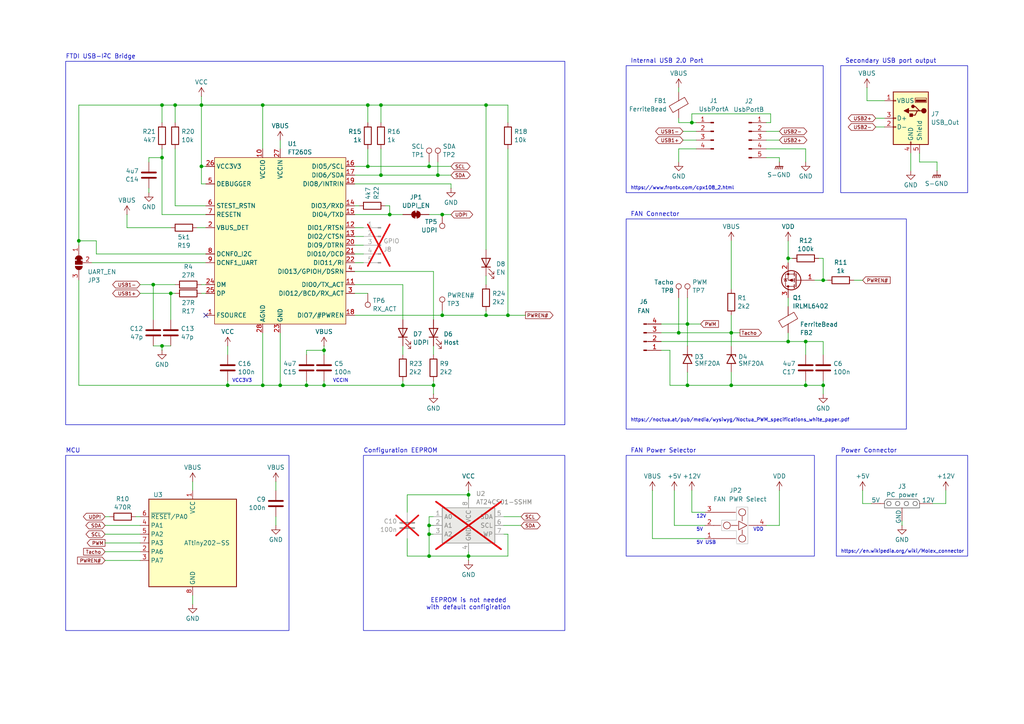
<source format=kicad_sch>
(kicad_sch (version 20250114) (generator "eeschema") (generator_version "9.0")
  (paper "A4")
  (title_block (title "PWM Fan Controller with Internal USB connection") (company "Stefan Haun"))
  (rectangle (start 243.84 19.05) (end 280.67 55.88))
  (rectangle (start 242.57 132.08) (end 280.67 161.29))
  (rectangle (start 19.05 132.08) (end 83.82 182.88))
  (rectangle (start 181.61 63.5) (end 262.89 124.46))
  (rectangle (start 181.61 132.08) (end 236.22 161.29))
  (rectangle (start 105.41 132.08) (end 163.83 182.88))
  (rectangle (start 19.05 17.78) (end 163.83 123.19))
  (rectangle (start 181.61 19.05) (end 238.76 55.88))
  (text "Secondary USB port output" (at 245.11 17.78 0) (effects (font (size 1.27 1.27)) (justify left)))
  (text "https://en.wikipedia.org/wiki/Molex_connector" (at 243.84 160.02 0) (effects (font (size 1 1)) (justify left)))
  (text "Power Connector" (at 243.84 130.81 0) (effects (font (size 1.27 1.27)) (justify left)))
  (text "5V" (at 201.93 153.67 0) (effects (font (size 1 1)) (justify left)))
  (text "EEPROM is not needed\nwith default configiration" (at 135.89 175.26 0) (effects (font (size 1.27 1.27))))
  (text "VDD" (at 218.44 153.67 0) (effects (font (size 1 1)) (justify left)))
  (text "VCCIN" (at 96.52 110.49 0) (effects (font (size 1 1)) (justify left)))
  (text "Internal USB 2.0 Port" (at 182.88 17.78 0) (effects (font (size 1.27 1.27)) (justify left)))
  (text "5V USB" (at 201.93 157.48 0) (effects (font (size 1 1)) (justify left)))
  (text "FAN Connector" (at 182.88 62.23 0) (effects (font (size 1.27 1.27)) (justify left)))
  (text "12V" (at 201.93 149.86 0) (effects (font (size 1 1)) (justify left)))
  (text "https://www.frontx.com/cpx108_2.html" (at 182.88 54.61 0) (effects (font (size 1 1)) (justify left)))
  (text "MCU" (at 19.05 130.81 0) (effects (font (size 1.27 1.27)) (justify left)))
  (text "FAN Power Selector" (at 182.88 130.81 0) (effects (font (size 1.27 1.27)) (justify left)))
  (text "Configuration EEPROM" (at 105.41 130.81 0) (effects (font (size 1.27 1.27)) (justify left)))
  (text "https://noctua.at/pub/media/wysiwyg/Noctua_PWM_specifications_white_paper.pdf" (at 182.88 121.92 0) (effects (font (size 1 1)) (justify left)))
  (text "FTDI USB-I^{2}C Bridge" (at 29.21 16.51 0) (effects (font (size 1.27 1.27))))
  (text "VCC3V3" (at 67.31 110.49 0) (effects (font (size 1 1)) (justify left)))
  (junction (at 238.76 111.76))
  (junction (at 124.46 154.94))
  (junction (at 238.76 81.28))
  (junction (at 76.2 30.48))
  (junction (at 110.49 50.8))
  (junction (at 128.27 91.44))
  (junction (at 135.89 161.29))
  (junction (at 81.28 111.76))
  (junction (at 199.39 111.76))
  (junction (at 140.97 91.44))
  (junction (at 228.6 74.93))
  (junction (at 44.45 82.55))
  (junction (at 113.03 62.23))
  (junction (at 88.9 111.76))
  (junction (at 124.46 152.4))
  (junction (at 66.04 111.76))
  (junction (at 93.98 101.6))
  (junction (at 116.84 111.76))
  (junction (at 199.39 93.98))
  (junction (at 233.68 99.06))
  (junction (at 106.68 48.26))
  (junction (at 22.86 69.85))
  (junction (at 93.98 111.76))
  (junction (at 124.46 161.29))
  (junction (at 58.42 30.48))
  (junction (at 233.68 111.76))
  (junction (at 58.42 48.26))
  (junction (at 46.99 45.72))
  (junction (at 135.89 143.51))
  (junction (at 49.53 85.09))
  (junction (at 125.73 111.76))
  (junction (at 228.6 99.06))
  (junction (at 212.09 96.52))
  (junction (at 128.27 62.23))
  (junction (at 50.8 30.48))
  (junction (at 46.99 100.33))
  (junction (at 76.2 111.76))
  (junction (at 110.49 30.48))
  (junction (at 127 50.8))
  (junction (at 124.46 48.26))
  (junction (at 140.97 30.48))
  (junction (at 212.09 111.76))
  (junction (at 196.85 96.52))
  (junction (at 46.99 30.48))
  (junction (at 106.68 30.48))
  (junction (at 147.32 91.44))
  (junction (at 200.66 35.56))
  (no_connect (at 59.69 91.44))
  (wire (pts (xy 46.99 35.56) (xy 46.99 30.48)))
  (wire (pts (xy 58.42 85.09) (xy 59.69 85.09)))
  (wire (pts (xy 135.89 142.24) (xy 135.89 143.51)))
  (wire (pts (xy 196.85 35.56) (xy 200.66 35.56)))
  (wire (pts (xy 196.85 46.99) (xy 196.85 43.18)))
  (wire (pts (xy 191.77 93.98) (xy 199.39 93.98)))
  (wire (pts (xy 130.81 53.34) (xy 130.81 54.61)))
  (wire (pts (xy 238.76 110.49) (xy 238.76 111.76)))
  (wire (pts (xy 80.01 149.86) (xy 80.01 152.4)))
  (wire (pts (xy 43.18 54.61) (xy 43.18 55.88)))
  (wire (pts (xy 58.42 82.55) (xy 59.69 82.55)))
  (wire (pts (xy 254 34.29) (xy 256.54 34.29)))
  (wire (pts (xy 128.27 91.44) (xy 140.97 91.44)))
  (wire (pts (xy 199.39 86.36) (xy 199.39 93.98)))
  (wire (pts (xy 116.84 111.76) (xy 125.73 111.76)))
  (wire (pts (xy 55.88 172.72) (xy 55.88 175.26)))
  (wire (pts (xy 44.45 82.55) (xy 50.8 82.55)))
  (wire (pts (xy 140.97 90.17) (xy 140.97 91.44)))
  (wire (pts (xy 200.66 148.59) (xy 204.47 148.59)))
  (wire (pts (xy 118.11 161.29) (xy 124.46 161.29)))
  (wire (pts (xy 113.03 62.23) (xy 116.84 62.23)))
  (wire (pts (xy 40.64 152.4) (xy 30.48 152.4)))
  (wire (pts (xy 118.11 143.51) (xy 135.89 143.51)))
  (wire (pts (xy 110.49 50.8) (xy 127 50.8)))
  (wire (pts (xy 238.76 99.06) (xy 238.76 102.87)))
  (wire (pts (xy 36.83 66.04) (xy 36.83 62.23)))
  (wire (pts (xy 200.66 142.24) (xy 200.66 148.59)))
  (wire (pts (xy 238.76 74.93) (xy 238.76 81.28)))
  (wire (pts (xy 199.39 93.98) (xy 199.39 100.33)))
  (wire (pts (xy 147.32 30.48) (xy 147.32 35.56)))
  (wire (pts (xy 102.87 73.66) (xy 105.41 73.66)))
  (wire (pts (xy 102.87 50.8) (xy 110.49 50.8)))
  (wire (pts (xy 140.97 30.48) (xy 140.97 72.39)))
  (wire (pts (xy 127 46.99) (xy 127 50.8)))
  (wire (pts (xy 27.94 73.66) (xy 59.69 73.66)))
  (wire (pts (xy 233.68 111.76) (xy 238.76 111.76)))
  (wire (pts (xy 88.9 101.6) (xy 93.98 101.6)))
  (wire (pts (xy 102.87 48.26) (xy 106.68 48.26)))
  (wire (pts (xy 57.15 66.04) (xy 59.69 66.04)))
  (wire (pts (xy 124.46 152.4) (xy 125.73 152.4)))
  (wire (pts (xy 250.19 142.24) (xy 250.19 146.05)))
  (wire (pts (xy 147.32 161.29) (xy 135.89 161.29)))
  (wire (pts (xy 146.05 152.4) (xy 151.13 152.4)))
  (wire (pts (xy 125.73 110.49) (xy 125.73 111.76)))
  (wire (pts (xy 111.76 59.69) (xy 113.03 59.69)))
  (wire (pts (xy 22.86 30.48) (xy 46.99 30.48)))
  (wire (pts (xy 40.64 82.55) (xy 44.45 82.55)))
  (wire (pts (xy 212.09 111.76) (xy 233.68 111.76)))
  (wire (pts (xy 226.06 152.4) (xy 226.06 142.24)))
  (wire (pts (xy 222.25 40.64) (xy 226.06 40.64)))
  (wire (pts (xy 76.2 111.76) (xy 81.28 111.76)))
  (wire (pts (xy 59.69 62.23) (xy 46.99 62.23)))
  (wire (pts (xy 199.39 93.98) (xy 203.2 93.98)))
  (wire (pts (xy 191.77 99.06) (xy 228.6 99.06)))
  (wire (pts (xy 146.05 154.94) (xy 147.32 154.94)))
  (wire (pts (xy 46.99 100.33) (xy 49.53 100.33)))
  (wire (pts (xy 124.46 149.86) (xy 124.46 152.4)))
  (wire (pts (xy 81.28 40.64) (xy 81.28 43.18)))
  (wire (pts (xy 222.25 152.4) (xy 226.06 152.4)))
  (wire (pts (xy 194.31 101.6) (xy 191.77 101.6)))
  (wire (pts (xy 194.31 111.76) (xy 194.31 101.6)))
  (wire (pts (xy 264.16 44.45) (xy 264.16 49.53)))
  (wire (pts (xy 106.68 30.48) (xy 110.49 30.48)))
  (wire (pts (xy 50.8 30.48) (xy 58.42 30.48)))
  (wire (pts (xy 196.85 96.52) (xy 212.09 96.52)))
  (wire (pts (xy 228.6 74.93) (xy 228.6 76.2)))
  (wire (pts (xy 40.64 160.02) (xy 30.48 160.02)))
  (wire (pts (xy 22.86 30.48) (xy 22.86 69.85)))
  (wire (pts (xy 233.68 111.76) (xy 233.68 110.49)))
  (wire (pts (xy 125.73 100.33) (xy 125.73 102.87)))
  (wire (pts (xy 22.86 81.28) (xy 22.86 111.76)))
  (wire (pts (xy 110.49 30.48) (xy 140.97 30.48)))
  (wire (pts (xy 200.66 35.56) (xy 201.93 35.56)))
  (wire (pts (xy 49.53 85.09) (xy 50.8 85.09)))
  (wire (pts (xy 135.89 143.51) (xy 135.89 144.78)))
  (wire (pts (xy 66.04 111.76) (xy 76.2 111.76)))
  (wire (pts (xy 135.89 160.02) (xy 135.89 161.29)))
  (wire (pts (xy 196.85 43.18) (xy 201.93 43.18)))
  (wire (pts (xy 116.84 110.49) (xy 116.84 111.76)))
  (wire (pts (xy 50.8 35.56) (xy 50.8 30.48)))
  (wire (pts (xy 88.9 111.76) (xy 93.98 111.76)))
  (wire (pts (xy 46.99 30.48) (xy 50.8 30.48)))
  (wire (pts (xy 88.9 101.6) (xy 88.9 102.87)))
  (wire (pts (xy 106.68 30.48) (xy 106.68 35.56)))
  (wire (pts (xy 254 36.83) (xy 256.54 36.83)))
  (wire (pts (xy 110.49 43.18) (xy 110.49 50.8)))
  (wire (pts (xy 125.73 78.74) (xy 125.73 92.71)))
  (wire (pts (xy 36.83 66.04) (xy 49.53 66.04)))
  (wire (pts (xy 26.67 76.2) (xy 59.69 76.2)))
  (wire (pts (xy 59.69 53.34) (xy 58.42 53.34)))
  (wire (pts (xy 140.97 30.48) (xy 147.32 30.48)))
  (wire (pts (xy 128.27 90.17) (xy 128.27 91.44)))
  (wire (pts (xy 146.05 149.86) (xy 151.13 149.86)))
  (wire (pts (xy 44.45 82.55) (xy 44.45 92.71)))
  (wire (pts (xy 102.87 78.74) (xy 125.73 78.74)))
  (wire (pts (xy 66.04 110.49) (xy 66.04 111.76)))
  (wire (pts (xy 228.6 86.36) (xy 228.6 88.9)))
  (wire (pts (xy 147.32 154.94) (xy 147.32 161.29)))
  (wire (pts (xy 116.84 100.33) (xy 116.84 102.87)))
  (wire (pts (xy 102.87 71.12) (xy 105.41 71.12)))
  (wire (pts (xy 124.46 161.29) (xy 135.89 161.29)))
  (wire (pts (xy 46.99 45.72) (xy 46.99 62.23)))
  (wire (pts (xy 147.32 91.44) (xy 152.4 91.44)))
  (wire (pts (xy 250.19 81.28) (xy 247.65 81.28)))
  (wire (pts (xy 110.49 30.48) (xy 110.49 35.56)))
  (wire (pts (xy 189.23 142.24) (xy 189.23 156.21)))
  (wire (pts (xy 226.06 45.72) (xy 222.25 45.72)))
  (wire (pts (xy 31.75 149.86) (xy 30.48 149.86)))
  (wire (pts (xy 93.98 100.33) (xy 93.98 101.6)))
  (wire (pts (xy 125.73 149.86) (xy 124.46 149.86)))
  (wire (pts (xy 261.62 151.13) (xy 261.62 152.4)))
  (wire (pts (xy 237.49 74.93) (xy 238.76 74.93)))
  (wire (pts (xy 124.46 154.94) (xy 124.46 161.29)))
  (wire (pts (xy 40.64 149.86) (xy 39.37 149.86)))
  (wire (pts (xy 128.27 62.23) (xy 130.81 62.23)))
  (wire (pts (xy 124.46 152.4) (xy 124.46 154.94)))
  (wire (pts (xy 102.87 68.58) (xy 105.41 68.58)))
  (wire (pts (xy 238.76 81.28) (xy 240.03 81.28)))
  (wire (pts (xy 55.88 139.7) (xy 55.88 142.24)))
  (wire (pts (xy 40.64 162.56) (xy 30.48 162.56)))
  (wire (pts (xy 222.25 38.1) (xy 226.06 38.1)))
  (wire (pts (xy 125.73 114.3) (xy 125.73 111.76)))
  (wire (pts (xy 271.78 46.99) (xy 271.78 49.53)))
  (wire (pts (xy 44.45 100.33) (xy 46.99 100.33)))
  (wire (pts (xy 93.98 101.6) (xy 93.98 102.87)))
  (wire (pts (xy 27.94 69.85) (xy 27.94 73.66)))
  (wire (pts (xy 266.7 46.99) (xy 271.78 46.99)))
  (wire (pts (xy 59.69 59.69) (xy 50.8 59.69)))
  (wire (pts (xy 49.53 85.09) (xy 49.53 92.71)))
  (wire (pts (xy 76.2 30.48) (xy 106.68 30.48)))
  (wire (pts (xy 238.76 114.3) (xy 238.76 111.76)))
  (wire (pts (xy 274.32 146.05) (xy 270.51 146.05)))
  (wire (pts (xy 124.46 62.23) (xy 128.27 62.23)))
  (wire (pts (xy 50.8 59.69) (xy 50.8 43.18)))
  (wire (pts (xy 140.97 80.01) (xy 140.97 82.55)))
  (wire (pts (xy 58.42 53.34) (xy 58.42 48.26)))
  (wire (pts (xy 22.86 69.85) (xy 27.94 69.85)))
  (wire (pts (xy 233.68 102.87) (xy 233.68 99.06)))
  (wire (pts (xy 58.42 30.48) (xy 58.42 48.26)))
  (wire (pts (xy 233.68 43.18) (xy 222.25 43.18)))
  (wire (pts (xy 274.32 142.24) (xy 274.32 146.05)))
  (wire (pts (xy 212.09 107.95) (xy 212.09 111.76)))
  (wire (pts (xy 228.6 74.93) (xy 229.87 74.93)))
  (wire (pts (xy 238.76 81.28) (xy 236.22 81.28)))
  (wire (pts (xy 102.87 82.55) (xy 116.84 82.55)))
  (wire (pts (xy 81.28 96.52) (xy 81.28 111.76)))
  (wire (pts (xy 212.09 69.85) (xy 212.09 83.82)))
  (wire (pts (xy 251.46 25.4) (xy 251.46 29.21)))
  (wire (pts (xy 194.31 111.76) (xy 199.39 111.76)))
  (wire (pts (xy 147.32 43.18) (xy 147.32 91.44)))
  (wire (pts (xy 200.66 33.02) (xy 223.52 33.02)))
  (wire (pts (xy 59.69 48.26) (xy 58.42 48.26)))
  (wire (pts (xy 199.39 107.95) (xy 199.39 111.76)))
  (wire (pts (xy 80.01 139.7) (xy 80.01 142.24)))
  (wire (pts (xy 106.68 43.18) (xy 106.68 48.26)))
  (wire (pts (xy 212.09 96.52) (xy 214.63 96.52)))
  (wire (pts (xy 102.87 59.69) (xy 104.14 59.69)))
  (wire (pts (xy 223.52 35.56) (xy 222.25 35.56)))
  (wire (pts (xy 46.99 43.18) (xy 46.99 45.72)))
  (wire (pts (xy 191.77 96.52) (xy 196.85 96.52)))
  (wire (pts (xy 76.2 30.48) (xy 76.2 43.18)))
  (wire (pts (xy 113.03 59.69) (xy 113.03 62.23)))
  (wire (pts (xy 40.64 157.48) (xy 30.48 157.48)))
  (wire (pts (xy 118.11 156.21) (xy 118.11 161.29)))
  (wire (pts (xy 201.93 38.1) (xy 198.12 38.1)))
  (wire (pts (xy 102.87 76.2) (xy 105.41 76.2)))
  (wire (pts (xy 43.18 45.72) (xy 46.99 45.72)))
  (wire (pts (xy 266.7 44.45) (xy 266.7 46.99)))
  (wire (pts (xy 223.52 33.02) (xy 223.52 35.56)))
  (wire (pts (xy 199.39 111.76) (xy 212.09 111.76)))
  (wire (pts (xy 116.84 82.55) (xy 116.84 92.71)))
  (wire (pts (xy 22.86 69.85) (xy 22.86 71.12)))
  (wire (pts (xy 40.64 85.09) (xy 49.53 85.09)))
  (wire (pts (xy 58.42 27.94) (xy 58.42 30.48)))
  (wire (pts (xy 250.19 146.05) (xy 252.73 146.05)))
  (wire (pts (xy 196.85 86.36) (xy 196.85 96.52)))
  (wire (pts (xy 212.09 100.33) (xy 212.09 96.52)))
  (wire (pts (xy 201.93 40.64) (xy 198.12 40.64)))
  (wire (pts (xy 88.9 111.76) (xy 81.28 111.76)))
  (wire (pts (xy 102.87 53.34) (xy 130.81 53.34)))
  (wire (pts (xy 251.46 29.21) (xy 256.54 29.21)))
  (wire (pts (xy 196.85 34.29) (xy 196.85 35.56)))
  (wire (pts (xy 102.87 91.44) (xy 128.27 91.44)))
  (wire (pts (xy 124.46 46.99) (xy 124.46 48.26)))
  (wire (pts (xy 200.66 35.56) (xy 200.66 33.02)))
  (wire (pts (xy 195.58 152.4) (xy 204.47 152.4)))
  (wire (pts (xy 102.87 62.23) (xy 113.03 62.23)))
  (wire (pts (xy 195.58 142.24) (xy 195.58 152.4)))
  (wire (pts (xy 124.46 154.94) (xy 125.73 154.94)))
  (wire (pts (xy 228.6 99.06) (xy 233.68 99.06)))
  (wire (pts (xy 189.23 156.21) (xy 204.47 156.21)))
  (wire (pts (xy 140.97 91.44) (xy 147.32 91.44)))
  (wire (pts (xy 118.11 148.59) (xy 118.11 143.51)))
  (wire (pts (xy 102.87 85.09) (xy 106.68 85.09)))
  (wire (pts (xy 124.46 48.26) (xy 130.81 48.26)))
  (wire (pts (xy 226.06 46.99) (xy 226.06 45.72)))
  (wire (pts (xy 43.18 45.72) (xy 43.18 46.99)))
  (wire (pts (xy 196.85 25.4) (xy 196.85 26.67)))
  (wire (pts (xy 46.99 100.33) (xy 46.99 101.6)))
  (wire (pts (xy 106.68 48.26) (xy 124.46 48.26)))
  (wire (pts (xy 102.87 66.04) (xy 105.41 66.04)))
  (wire (pts (xy 22.86 111.76) (xy 66.04 111.76)))
  (wire (pts (xy 58.42 30.48) (xy 76.2 30.48)))
  (wire (pts (xy 135.89 161.29) (xy 135.89 162.56)))
  (wire (pts (xy 76.2 96.52) (xy 76.2 111.76)))
  (wire (pts (xy 127 50.8) (xy 130.81 50.8)))
  (wire (pts (xy 233.68 99.06) (xy 238.76 99.06)))
  (wire (pts (xy 233.68 46.99) (xy 233.68 43.18)))
  (wire (pts (xy 212.09 91.44) (xy 212.09 96.52)))
  (wire (pts (xy 228.6 69.85) (xy 228.6 74.93)))
  (wire (pts (xy 66.04 100.33) (xy 66.04 102.87)))
  (wire (pts (xy 40.64 154.94) (xy 30.48 154.94)))
  (wire (pts (xy 93.98 111.76) (xy 116.84 111.76)))
  (wire (pts (xy 228.6 96.52) (xy 228.6 99.06)))
  (wire (pts (xy 88.9 110.49) (xy 88.9 111.76)))
  (wire (pts (xy 93.98 110.49) (xy 93.98 111.76)))
  (global_label "SDA" (shape bidirectional) (at 30.48 152.4 180) (effects (font (size 1 1))) (property "Intersheetrefs" "${INTERSHEET_REFS}" (effects (hide yes))))
  (global_label "USB2-" (shape bidirectional) (at 254 36.83 180) (effects (font (size 1 1))) (property "Intersheetrefs" "${INTERSHEET_REFS}" (effects (hide yes))))
  (global_label "USB1+" (shape bidirectional) (at 40.64 85.09 180) (effects (font (size 1 1))) (property "Intersheetrefs" "${INTERSHEET_REFS}" (effects (hide yes))))
  (global_label "UDPI" (shape bidirectional) (at 130.81 62.23 0) (effects (font (size 1 1))) (property "Intersheetrefs" "${INTERSHEET_REFS}" (effects (hide yes))))
  (global_label "USB2-" (shape bidirectional) (at 226.06 38.1 0) (effects (font (size 1 1))) (property "Intersheetrefs" "${INTERSHEET_REFS}" (effects (hide yes))))
  (global_label "PWM" (shape output) (at 30.48 157.48 180) (effects (font (size 1 1))) (property "Intersheetrefs" "${INTERSHEET_REFS}" (effects (hide yes))))
  (global_label "USB2+" (shape bidirectional) (at 226.06 40.64 0) (effects (font (size 1 1))) (property "Intersheetrefs" "${INTERSHEET_REFS}" (effects (hide yes))))
  (global_label "Tacho" (shape output) (at 214.63 96.52 0) (effects (font (size 1 1))) (property "Intersheetrefs" "${INTERSHEET_REFS}" (effects (hide yes))))
  (global_label "USB1+" (shape bidirectional) (at 198.12 40.64 180) (effects (font (size 1 1))) (property "Intersheetrefs" "${INTERSHEET_REFS}" (effects (hide yes))))
  (global_label "UDPI" (shape bidirectional) (at 30.48 149.86 180) (effects (font (size 1 1))) (property "Intersheetrefs" "${INTERSHEET_REFS}" (effects (hide yes))))
  (global_label "PWM" (shape input) (at 203.2 93.98 0) (effects (font (size 1 1))) (property "Intersheetrefs" "${INTERSHEET_REFS}" (effects (hide yes))))
  (global_label "SDA" (shape bidirectional) (at 151.13 152.4 0) (effects (font (size 1 1))) (property "Intersheetrefs" "${INTERSHEET_REFS}" (effects (hide yes))))
  (global_label "USB1-" (shape bidirectional) (at 40.64 82.55 180) (effects (font (size 1 1))) (property "Intersheetrefs" "${INTERSHEET_REFS}" (effects (hide yes))))
  (global_label "USB2+" (shape bidirectional) (at 254 34.29 180) (effects (font (size 1 1))) (property "Intersheetrefs" "${INTERSHEET_REFS}" (effects (hide yes))))
  (global_label "SCL" (shape bidirectional) (at 151.13 149.86 0) (effects (font (size 1 1))) (property "Intersheetrefs" "${INTERSHEET_REFS}" (effects (hide yes))))
  (global_label "PWREN#" (shape input) (at 250.19 81.28 0) (effects (font (size 1 1))) (property "Intersheetrefs" "${INTERSHEET_REFS}" (effects (hide yes))))
  (global_label "SDA" (shape bidirectional) (at 130.81 50.8 0) (effects (font (size 1 1))) (property "Intersheetrefs" "${INTERSHEET_REFS}" (effects (hide yes))))
  (global_label "PWREN#" (shape input) (at 30.48 162.56 180) (effects (font (size 1 1))) (property "Intersheetrefs" "${INTERSHEET_REFS}" (effects (hide yes))))
  (global_label "SCL" (shape bidirectional) (at 30.48 154.94 180) (effects (font (size 1 1))) (property "Intersheetrefs" "${INTERSHEET_REFS}" (effects (hide yes))))
  (global_label "SCL" (shape bidirectional) (at 130.81 48.26 0) (effects (font (size 1 1))) (property "Intersheetrefs" "${INTERSHEET_REFS}" (effects (hide yes))))
  (global_label "Tacho" (shape input) (at 30.48 160.02 180) (effects (font (size 1 1))) (property "Intersheetrefs" "${INTERSHEET_REFS}" (effects (hide yes))))
  (global_label "PWREN#" (shape output) (at 152.4 91.44 0) (effects (font (size 1 1))) (property "Intersheetrefs" "${INTERSHEET_REFS}" (effects (hide yes))))
  (global_label "USB1-" (shape bidirectional) (at 198.12 38.1 180) (effects (font (size 1 1))) (property "Intersheetrefs" "${INTERSHEET_REFS}" (effects (hide yes))))
  (symbol (lib_id "ThreeWayJumper:ThreeWayJumper") (at 213.36 152.4 0) (mirror x) (unit 1)
    (property "Reference" "JP2" (at 213.36 142.24 0))
    (property "Value" "FAN PWR Select" (at 214.63 144.78 0))
    (property "Footprint" "ThreeWayJumper:ThreeWayJumper" (effects (hide yes)))
    (property "Description" "Jumper for selecting one out of three options." (effects (hide yes)))
  )
  (symbol (lib_id "Connector:TestPoint") (at 196.85 86.36 0) (unit 1)
    (property "Reference" "TP8" (at 195.453 84.2702 0) (effects (justify right)))
    (property "Value" "Tacho" (at 195.453 81.8459 0) (effects (justify right)))
    (property "Footprint" "TestPoint:TestPoint_Pad_D1.0mm" (effects (hide yes)))
    (property "Description" "test point" (effects (hide yes)))
  )
  (symbol (lib_id "power:VBUS") (at 80.01 139.7 0) (mirror y) (unit 1)
    (property "Reference" "#PWR034" (effects (hide yes)))
    (property "Value" "VBUS" (at 80.01 135.5669 0))
    (property "Description" "Power symbol creates a global label with name \"VBUS\"" (effects (hide yes)))
  )
  (symbol (lib_id "power:GND") (at 135.89 162.56 0) (unit 1)
    (property "Reference" "#PWR024" (effects (hide yes)))
    (property "Value" "GND" (at 135.89 166.6931 0))
    (property "Description" "Power symbol creates a global label with name \"GND\" , ground" (effects (hide yes)))
  )
  (symbol (lib_id "Connector:TestPoint") (at 128.27 62.23 0) (mirror x) (unit 1)
    (property "Reference" "TP5" (at 126.873 64.3198 0) (effects (justify right)))
    (property "Value" "UDPI" (at 126.873 66.7441 0) (effects (justify right)))
    (property "Footprint" "TestPoint:TestPoint_Pad_D1.0mm" (effects (hide yes)))
    (property "Description" "test point" (effects (hide yes)))
  )
  (symbol (lib_id "Device:C") (at 66.04 106.68 0) (unit 1)
    (property "Reference" "C16" (at 68.961 105.4678 0) (effects (justify left)))
    (property "Value" "100n" (at 68.961 107.8921 0) (effects (justify left)))
    (property "Footprint" "Capacitor_SMD:C_0603_1608Metric_Pad1.08x0.95mm_HandSolder" (effects (hide yes)))
    (property "Description" "Unpolarized capacitor" (effects (hide yes)))
    (property "Mouser No" "963-TMK107BJ104MA-T" (effects (hide yes)))
  )
  (symbol (lib_id "power:GND") (at 238.76 114.3 0) (unit 1)
    (property "Reference" "#PWR013" (effects (hide yes)))
    (property "Value" "GND" (at 238.76 118.4331 0))
    (property "Description" "Power symbol creates a global label with name \"GND\" , ground" (effects (hide yes)))
  )
  (symbol (lib_id "power:VBUS") (at 81.28 40.64 0) (unit 1)
    (property "Reference" "#PWR036" (effects (hide yes)))
    (property "Value" "VBUS" (at 81.28 36.5069 0))
    (property "Description" "Power symbol creates a global label with name \"VBUS\"" (effects (hide yes)))
  )
  (symbol (lib_id "power:VCC") (at 58.42 27.94 0) (unit 1)
    (property "Reference" "#PWR02" (effects (hide yes)))
    (property "Value" "VCC" (at 58.42 23.8069 0))
    (property "Description" "Power symbol creates a global label with name \"VCC\"" (effects (hide yes)))
  )
  (symbol (lib_id "Device:R") (at 107.95 59.69 90) (mirror x) (unit 1)
    (property "Reference" "R22" (at 109.1622 57.912 0) (effects (justify right)))
    (property "Value" "4k7" (at 106.7379 57.912 0) (effects (justify right)))
    (property "Footprint" "Resistor_SMD:R_0603_1608Metric_Pad0.98x0.95mm_HandSolder" (effects (hide yes)))
    (property "Description" "Resistor" (effects (hide yes)))
  )
  (symbol (lib_id "power:VCC") (at 66.04 100.33 0) (unit 1)
    (property "Reference" "#PWR016" (effects (hide yes)))
    (property "Value" "VCC" (at 66.04 96.1969 0))
    (property "Description" "Power symbol creates a global label with name \"VCC\"" (effects (hide yes)))
  )
  (symbol (lib_id "power:VCC") (at 135.89 142.24 0) (unit 1)
    (property "Reference" "#PWR018" (effects (hide yes)))
    (property "Value" "VCC" (at 135.89 138.1069 0))
    (property "Description" "Power symbol creates a global label with name \"VCC\"" (effects (hide yes)))
  )
  (symbol (lib_id "Diode:SMF20A") (at 212.09 104.14 270) (unit 1)
    (property "Reference" "D4" (at 214.122 103.4963 90) (effects (justify left)))
    (property "Value" "SMF20A" (at 214.122 105.4173 90) (effects (justify left)))
    (property "Footprint" "Diode_SMD:D_SMF" (effects (hide yes)))
    (property "Datasheet" "https://www.vishay.com/doc?85881" (effects (hide yes)))
    (property "MFR" "SMF20A" (effects (hide yes)))
    (property "LCSC" "C151295" (effects (hide yes)))
  )
  (symbol (lib_id "power:VBUS") (at 55.88 139.7 0) (mirror y) (unit 1)
    (property "Reference" "#PWR030" (effects (hide yes)))
    (property "Value" "VBUS" (at 55.88 135.5669 0))
    (property "Description" "Power symbol creates a global label with name \"VBUS\"" (effects (hide yes)))
  )
  (symbol (lib_id "Connector:TestPoint") (at 199.39 86.36 0) (mirror y) (unit 1)
    (property "Reference" "TP7" (at 200.787 84.2702 0) (effects (justify right)))
    (property "Value" "PWM" (at 200.787 81.8459 0) (effects (justify right)))
    (property "Footprint" "TestPoint:TestPoint_Pad_D1.0mm" (effects (hide yes)))
    (property "Description" "test point" (effects (hide yes)))
  )
  (symbol (lib_id "Device:R") (at 125.73 106.68 180) (unit 1)
    (property "Reference" "R9" (at 127.508 105.4678 0) (effects (justify right)))
    (property "Value" "2k2" (at 127.508 107.8921 0) (effects (justify right)))
    (property "Footprint" "Resistor_SMD:R_0603_1608Metric_Pad0.98x0.95mm_HandSolder" (effects (hide yes)))
    (property "Description" "Resistor" (effects (hide yes)))
  )
  (symbol (lib_id "Connector:Conn_01x05_Pin") (at 217.17 40.64 0) (unit 1)
    (property "Reference" "J2" (at 217.17 29.3257 0))
    (property "Value" "UsbPortB" (at 217.17 31.75 0))
    (property "Footprint" "Connector_PinHeader_2.00mm:PinHeader_1x05_P2.00mm_Vertical" (effects (hide yes)))
    (property "Description" "Generic connector, single row, 01x05, script generated" (effects (hide yes)))
  )
  (symbol (lib_id "Device:LED") (at 116.84 96.52 90) (unit 1)
    (property "Reference" "D7" (at 119.761 96.8953 90) (effects (justify right)))
    (property "Value" "UDPI" (at 119.761 99.3196 90) (effects (justify right)))
    (property "Footprint" "LED_SMD:LED_0603_1608Metric_Pad1.05x0.95mm_HandSolder" (effects (hide yes)))
    (property "Description" "Light emitting diode" (effects (hide yes)))
    (property "Sim.Pins" "1=K 2=A" (effects (hide yes)))
    (property "Mouser No" "630-HSMC-C130" (effects (hide yes)))
  )
  (symbol (lib_id "Device:FerriteBead") (at 196.85 30.48 0) (mirror y) (unit 1)
    (property "Reference" "FB1" (at 193.4464 29.217 0) (effects (justify left)))
    (property "Value" "FerriteBead" (at 193.4464 31.6413 0) (effects (justify left)))
    (property "Footprint" "Resistor_SMD:R_0603_1608Metric_Pad0.98x0.95mm_HandSolder" (effects (hide yes)))
    (property "Description" "Ferrite bead" (effects (hide yes)))
    (property "Mouser No" "81-BLM18SG221TZ1D" (effects (hide yes)))
  )
  (symbol (lib_id "power:VBUS") (at 196.85 25.4 0) (mirror y) (unit 1)
    (property "Reference" "#PWR01" (effects (hide yes)))
    (property "Value" "VBUS" (at 196.85 21.2669 0))
    (property "Description" "Power symbol creates a global label with name \"VBUS\"" (effects (hide yes)))
  )
  (symbol (lib_id "Jumper:SolderJumper_3_Bridged12") (at 22.86 76.2 90) (mirror x) (unit 1) (in_bom no)
    (property "Reference" "JP3" (at 25.4 81.28 90) (effects (justify right)))
    (property "Value" "UART_EN" (at 25.4 78.8557 90) (effects (justify right)))
    (property "Footprint" "Jumper:SolderJumper-3_P1.3mm_Bridged12_RoundedPad1.0x1.5mm" (effects (hide yes)))
    (property "Description" "3-pole Solder Jumper, pins 1+2 closed/bridged" (effects (hide yes)))
  )
  (symbol (lib_id "Diode:SMF20A") (at 199.39 104.14 270) (unit 1)
    (property "Reference" "D3" (at 201.422 103.4963 90) (effects (justify left)))
    (property "Value" "SMF20A" (at 201.422 105.4173 90) (effects (justify left)))
    (property "Footprint" "Diode_SMD:D_SMF" (effects (hide yes)))
    (property "Datasheet" "https://www.vishay.com/doc?85881" (effects (hide yes)))
    (property "MFR" "SMF20A" (effects (hide yes)))
    (property "LCSC" "C151295" (effects (hide yes)))
  )
  (symbol (lib_id "Device:C") (at 118.11 152.4 0) (mirror y) (unit 1) (in_bom no) (dnp yes)
    (property "Reference" "C10" (at 115.189 151.1878 0) (effects (justify left)))
    (property "Value" "100n" (at 115.189 153.6121 0) (effects (justify left)))
    (property "Footprint" "Capacitor_SMD:C_0603_1608Metric_Pad1.08x0.95mm_HandSolder" (effects (hide yes)))
    (property "Description" "Unpolarized capacitor" (effects (hide yes)))
    (property "Mouser No" "963-TMK107BJ104MA-T" (effects (hide yes)))
  )
  (symbol (lib_id "Device:R") (at 54.61 82.55 90) (unit 1)
    (property "Reference" "R4" (at 54.61 77.3895 90))
    (property "Value" "27R" (at 54.61 79.8138 90))
    (property "Footprint" "Resistor_SMD:R_0603_1608Metric_Pad0.98x0.95mm_HandSolder" (effects (hide yes)))
    (property "Description" "Resistor" (effects (hide yes)))
  )
  (symbol (lib_id "Device:R") (at 53.34 66.04 270) (mirror x) (unit 1)
    (property "Reference" "R19" (at 53.34 71.2005 90))
    (property "Value" "5k1" (at 53.34 68.7762 90))
    (property "Footprint" "Resistor_SMD:R_0603_1608Metric_Pad0.98x0.95mm_HandSolder" (effects (hide yes)))
    (property "Description" "Resistor" (effects (hide yes)))
  )
  (symbol (lib_id "Device:LED") (at 125.73 96.52 90) (unit 1)
    (property "Reference" "D6" (at 128.651 96.8953 90) (effects (justify right)))
    (property "Value" "Host" (at 128.651 99.3196 90) (effects (justify right)))
    (property "Footprint" "LED_SMD:LED_0603_1608Metric_Pad1.05x0.95mm_HandSolder" (effects (hide yes)))
    (property "Description" "Light emitting diode" (effects (hide yes)))
    (property "Sim.Pins" "1=K 2=A" (effects (hide yes)))
    (property "Mouser No" "720-LTQ39GQ1S22515" (effects (hide yes)))
  )
  (symbol (lib_id "Device:LED") (at 140.97 76.2 90) (unit 1)
    (property "Reference" "D8" (at 143.891 76.5753 90) (effects (justify right)))
    (property "Value" "EN" (at 143.891 78.9996 90) (effects (justify right)))
    (property "Footprint" "LED_SMD:LED_0603_1608Metric_Pad1.05x0.95mm_HandSolder" (effects (hide yes)))
    (property "Description" "Light emitting diode" (effects (hide yes)))
    (property "Sim.Pins" "1=K 2=A" (effects (hide yes)))
    (property "Mouser No" "720-LTQ39GQ1S22515" (effects (hide yes)))
  )
  (symbol (lib_id "power:VDD") (at 228.6 69.85 0) (unit 1)
    (property "Reference" "#PWR014" (effects (hide yes)))
    (property "Value" "VDD" (at 228.6 65.7169 0))
    (property "Description" "Power symbol creates a global label with name \"VDD\"" (effects (hide yes)))
  )
  (symbol (lib_id "Device:R") (at 212.09 87.63 0) (unit 1)
    (property "Reference" "R1" (at 213.868 86.4178 0) (effects (justify left)))
    (property "Value" "2k2" (at 213.868 88.8421 0) (effects (justify left)))
    (property "Footprint" "Resistor_SMD:R_0603_1608Metric_Pad0.98x0.95mm_HandSolder" (effects (hide yes)))
    (property "Description" "Resistor" (effects (hide yes)))
  )
  (symbol (lib_id "Connector:TestPoint") (at 124.46 46.99 0) (unit 1)
    (property "Reference" "TP1" (at 123.063 44.9002 0) (effects (justify right)))
    (property "Value" "SCL" (at 123.063 42.4759 0) (effects (justify right)))
    (property "Footprint" "TestPoint:TestPoint_Pad_D1.0mm" (effects (hide yes)))
    (property "Description" "test point" (effects (hide yes)))
  )
  (symbol (lib_id "Device:C") (at 233.68 106.68 180) (unit 1)
    (property "Reference" "C17" (at 230.759 107.8922 0) (effects (justify left)))
    (property "Value" "4u7" (at 230.759 105.4679 0) (effects (justify left)))
    (property "Footprint" "Capacitor_SMD:C_0603_1608Metric_Pad1.08x0.95mm_HandSolder" (effects (hide yes)))
    (property "Description" "Unpolarized capacitor" (effects (hide yes)))
    (property "Mouser No" "963-TMK107BJ104MA-T" (effects (hide yes)))
  )
  (symbol (lib_id "Device:R") (at 243.84 81.28 90) (mirror x) (unit 1)
    (property "Reference" "R11" (at 243.84 76.1195 90))
    (property "Value" "1k" (at 243.84 78.5438 90))
    (property "Footprint" "Resistor_SMD:R_0603_1608Metric_Pad0.98x0.95mm_HandSolder" (effects (hide yes)))
    (property "Description" "Resistor" (effects (hide yes)))
  )
  (symbol (lib_id "MCU_Microchip_ATtiny:ATtiny202-SS") (at 55.88 157.48 0) (mirror y) (unit 1)
    (property "Reference" "U3" (at 44.45 143.51 0) (effects (justify right)))
    (property "Value" "ATtiny202-SS" (at 53.34 157.48 0) (effects (justify right)))
    (property "Footprint" "Package_SO:SOIC-8_3.9x4.9mm_P1.27mm" (effects (hide yes)))
    (property "Datasheet" "http://ww1.microchip.com/downloads/en/DeviceDoc/ATtiny202-402-AVR-MCU-with-Core-Independent-Peripherals_and-picoPower-40001969A.pdf" (effects (hide yes)))
    (property "Description" "20MHz, 2kB Flash, 128B SRAM, 64B EEPROM, SOIC-8" (effects (hide yes)))
  )
  (symbol (lib_id "FTDI:FT260S") (at 81.28 69.85 0) (unit 1)
    (property "Reference" "U1" (at 83.4233 41.7025 0) (effects (justify left)))
    (property "Value" "FT260S" (at 83.4233 44.1268 0) (effects (justify left)))
    (property "Footprint" "Package_SO:TSSOP-28_4.4x9.7mm_P0.65mm" (effects (hide yes)))
    (property "Datasheet" "https://ftdichip.com/wp-content/uploads/2024/11/DS_FT260.pdf" (effects (hide yes)))
    (property "Description" "HID-class USB to UART/I2C Bridge IC" (effects (hide yes)))
  )
  (symbol (lib_id "power:VBUS") (at 251.46 25.4 0) (unit 1)
    (property "Reference" "#PWR021" (effects (hide yes)))
    (property "Value" "VBUS" (at 251.46 21.2669 0))
    (property "Description" "Power symbol creates a global label with name \"VBUS\"" (effects (hide yes)))
  )
  (symbol (lib_id "power:GND") (at 233.68 46.99 0) (unit 1)
    (property "Reference" "#PWR04" (effects (hide yes)))
    (property "Value" "GND" (at 233.68 51.1231 0))
    (property "Description" "Power symbol creates a global label with name \"GND\" , ground" (effects (hide yes)))
  )
  (symbol (lib_id "power:VBUS") (at 189.23 142.24 0) (unit 1)
    (property "Reference" "#PWR012" (effects (hide yes)))
    (property "Value" "VBUS" (at 189.23 138.1069 0))
    (property "Description" "Power symbol creates a global label with name \"VBUS\"" (effects (hide yes)))
  )
  (symbol (lib_id "Device:C") (at 43.18 50.8 180) (unit 1)
    (property "Reference" "C14" (at 40.259 52.0122 0) (effects (justify left)))
    (property "Value" "4u7" (at 40.259 49.5879 0) (effects (justify left)))
    (property "Footprint" "Capacitor_SMD:C_0603_1608Metric_Pad1.08x0.95mm_HandSolder" (effects (hide yes)))
    (property "Description" "Unpolarized capacitor" (effects (hide yes)))
    (property "Mouser No" "963-TMK107BJ104MA-T" (effects (hide yes)))
  )
  (symbol (lib_id "power:GND") (at 196.85 46.99 0) (mirror y) (unit 1)
    (property "Reference" "#PWR05" (effects (hide yes)))
    (property "Value" "GND" (at 196.85 51.1231 0))
    (property "Description" "Power symbol creates a global label with name \"GND\" , ground" (effects (hide yes)))
  )
  (symbol (lib_id "power:+12V") (at 200.66 142.24 0) (unit 1)
    (property "Reference" "#PWR010" (effects (hide yes)))
    (property "Value" "+12V" (at 200.66 138.1069 0))
    (property "Description" "Power symbol creates a global label with name \"+12V\"" (effects (hide yes)))
  )
  (symbol (lib_id "Memory_EEPROM:AT24CS01-SSHM") (at 135.89 152.4 0) (unit 1) (in_bom no) (dnp yes)
    (property "Reference" "U2" (at 138.0333 143.1755 0) (effects (justify left)))
    (property "Value" "AT24CS01-SSHM" (at 138.0333 145.5998 0) (effects (justify left)))
    (property "Footprint" "Package_SO:SOIC-8_3.9x4.9mm_P1.27mm" (effects (hide yes)))
    (property "Datasheet" "http://ww1.microchip.com/downloads/en/DeviceDoc/Atmel-8815-SEEPROM-AT24CS01-02-Datasheet.pdf" (effects (hide yes)))
    (property "Description" "I2C Serial EEPROM, 1Kb (128x8) with Unique Serial Number, SO8" (effects (hide yes)))
    (property "Mouser No" "556-AT24CS01-SSHM-T" (effects (hide yes)))
  )
  (symbol (lib_id "Connector:USB_A") (at 264.16 34.29 0) (mirror y) (unit 1)
    (property "Reference" "J7" (at 270.002 33.0778 0) (effects (justify right)))
    (property "Value" "USB_Out" (at 270.002 35.5021 0) (effects (justify right)))
    (property "Footprint" "Connector_USB:USB_A_Molex_105057_Vertical" (effects (hide yes)))
    (property "Description" "USB Type A connector" (effects (hide yes)))
  )
  (symbol (lib_id "power:GNDPWR") (at 271.78 49.53 0) (unit 1)
    (property "Reference" "#PWR022" (effects (hide yes)))
    (property "Value" "S-GND" (at 271.653 53.2567 0))
    (property "Description" "Power symbol creates a global label with name \"GNDPWR\" , global ground" (effects (hide yes)))
  )
  (symbol (lib_id "Connector:Conn_01x04_Pin") (at 207.01 38.1 0) (mirror y) (unit 1)
    (property "Reference" "J1" (at 207.01 29.21 0))
    (property "Value" "UsbPortA" (at 207.01 31.6343 0))
    (property "Footprint" "Connector_PinHeader_2.00mm:PinHeader_1x04_P2.00mm_Vertical" (effects (hide yes)))
    (property "Description" "Generic connector, single row, 01x04, script generated" (effects (hide yes)))
  )
  (symbol (lib_id "Connector:TestPoint") (at 106.68 85.09 180) (unit 1)
    (property "Reference" "TP6" (at 108.077 87.1798 0) (effects (justify right)))
    (property "Value" "RX_ACT" (at 108.077 89.6041 0) (effects (justify right)))
    (property "Footprint" "TestPoint:TestPoint_Pad_D1.0mm" (effects (hide yes)))
    (property "Description" "test point" (effects (hide yes)))
  )
  (symbol (lib_id "Connector:TestPoint") (at 127 46.99 0) (mirror y) (unit 1)
    (property "Reference" "TP2" (at 128.397 44.9002 0) (effects (justify right)))
    (property "Value" "SDA" (at 128.397 42.4759 0) (effects (justify right)))
    (property "Footprint" "TestPoint:TestPoint_Pad_D1.0mm" (effects (hide yes)))
    (property "Description" "test point" (effects (hide yes)))
  )
  (symbol (lib_id "power:+12V") (at 274.32 142.24 0) (unit 1)
    (property "Reference" "#PWR06" (effects (hide yes)))
    (property "Value" "+12V" (at 274.32 138.1069 0))
    (property "Description" "Power symbol creates a global label with name \"+12V\"" (effects (hide yes)))
  )
  (symbol (lib_id "power:GND") (at 264.16 49.53 0) (unit 1)
    (property "Reference" "#PWR023" (effects (hide yes)))
    (property "Value" "GND" (at 264.16 53.6631 0))
    (property "Description" "Power symbol creates a global label with name \"GND\" , ground" (effects (hide yes)))
  )
  (symbol (lib_id "Device:R") (at 147.32 39.37 180) (unit 1)
    (property "Reference" "R18" (at 149.098 38.1578 0) (effects (justify right)))
    (property "Value" "10k" (at 149.098 40.5821 0) (effects (justify right)))
    (property "Footprint" "Resistor_SMD:R_0603_1608Metric_Pad0.98x0.95mm_HandSolder" (effects (hide yes)))
    (property "Description" "Resistor" (effects (hide yes)))
  )
  (symbol (lib_id "Device:R") (at 50.8 39.37 180) (unit 1)
    (property "Reference" "R20" (at 52.578 38.1578 0) (effects (justify right)))
    (property "Value" "10k" (at 52.578 40.5821 0) (effects (justify right)))
    (property "Footprint" "Resistor_SMD:R_0603_1608Metric_Pad0.98x0.95mm_HandSolder" (effects (hide yes)))
    (property "Description" "Resistor" (effects (hide yes)))
  )
  (symbol (lib_id "Device:R") (at 106.68 39.37 0) (mirror x) (unit 1)
    (property "Reference" "R15" (at 104.902 38.1578 0) (effects (justify right)))
    (property "Value" "1k" (at 104.902 40.5821 0) (effects (justify right)))
    (property "Footprint" "Resistor_SMD:R_0603_1608Metric_Pad0.98x0.95mm_HandSolder" (effects (hide yes)))
    (property "Description" "Resistor" (effects (hide yes)))
  )
  (symbol (lib_id "Device:C") (at 44.45 96.52 0) (mirror y) (unit 1)
    (property "Reference" "C12" (at 41.529 95.3078 0) (effects (justify left)))
    (property "Value" "47p" (at 41.529 97.7321 0) (effects (justify left)))
    (property "Footprint" "Capacitor_SMD:C_0603_1608Metric_Pad1.08x0.95mm_HandSolder" (effects (hide yes)))
    (property "Description" "Unpolarized capacitor" (effects (hide yes)))
    (property "Mouser No" "80-C0603C470K4HACTU" (effects (hide yes)))
  )
  (symbol (lib_id "Connector:Conn_01x04_Pin") (at 186.69 99.06 0) (mirror x) (unit 1)
    (property "Reference" "J6" (at 186.69 87.5143 0))
    (property "Value" "FAN" (at 186.69 90.17 0))
    (property "Footprint" "Connector:FanPinHeader_1x04_P2.54mm_Vertical" (effects (hide yes)))
    (property "Description" "Generic connector, single row, 01x04, script generated" (effects (hide yes)))
  )
  (symbol (lib_id "power:VDD") (at 226.06 142.24 0) (unit 1)
    (property "Reference" "#PWR09" (effects (hide yes)))
    (property "Value" "VDD" (at 226.06 138.1069 0))
    (property "Description" "Power symbol creates a global label with name \"VDD\"" (effects (hide yes)))
  )
  (symbol (lib_id "Connector:TestPoint") (at 128.27 90.17 0) (mirror y) (unit 1)
    (property "Reference" "TP3" (at 129.667 88.0802 0) (effects (justify right)))
    (property "Value" "PWREN#" (at 129.667 85.6559 0) (effects (justify right)))
    (property "Footprint" "TestPoint:TestPoint_Pad_D1.0mm" (effects (hide yes)))
    (property "Description" "test point" (effects (hide yes)))
  )
  (symbol (lib_id "power:GND") (at 80.01 152.4 0) (mirror y) (unit 1)
    (property "Reference" "#PWR035" (effects (hide yes)))
    (property "Value" "GND" (at 80.01 156.5331 0))
    (property "Description" "Power symbol creates a global label with name \"GND\" , ground" (effects (hide yes)))
  )
  (symbol (lib_id "power:GND") (at 55.88 175.26 0) (mirror y) (unit 1)
    (property "Reference" "#PWR031" (effects (hide yes)))
    (property "Value" "GND" (at 55.88 179.3931 0))
    (property "Description" "Power symbol creates a global label with name \"GND\" , ground" (effects (hide yes)))
  )
  (symbol (lib_id "Device:C") (at 93.98 106.68 0) (unit 1)
    (property "Reference" "C5" (at 96.901 105.4678 0) (effects (justify left)))
    (property "Value" "100n" (at 96.901 107.8921 0) (effects (justify left)))
    (property "Footprint" "Capacitor_SMD:C_0603_1608Metric_Pad1.08x0.95mm_HandSolder" (effects (hide yes)))
    (property "Description" "Unpolarized capacitor" (effects (hide yes)))
    (property "Mouser No" "963-TMK107BJ104MA-T" (effects (hide yes)))
  )
  (symbol (lib_id "power:+5V") (at 250.19 142.24 0) (unit 1)
    (property "Reference" "#PWR07" (effects (hide yes)))
    (property "Value" "+5V" (at 250.19 138.1069 0))
    (property "Description" "Power symbol creates a global label with name \"+5V\"" (effects (hide yes)))
  )
  (symbol (lib_id "power:GND") (at 130.81 54.61 0) (unit 1)
    (property "Reference" "#PWR032" (effects (hide yes)))
    (property "Value" "GND" (at 130.81 58.7431 0))
    (property "Description" "Power symbol creates a global label with name \"GND\" , ground" (effects (hide yes)))
  )
  (symbol (lib_id "power:GNDPWR") (at 226.06 46.99 0) (unit 1)
    (property "Reference" "#PWR03" (effects (hide yes)))
    (property "Value" "S-GND" (at 225.933 50.7167 0))
    (property "Description" "Power symbol creates a global label with name \"GNDPWR\" , global ground" (effects (hide yes)))
  )
  (symbol (lib_id "Device:R") (at 140.97 86.36 180) (unit 1)
    (property "Reference" "R24" (at 142.748 85.1478 0) (effects (justify right)))
    (property "Value" "2k2" (at 142.748 87.5721 0) (effects (justify right)))
    (property "Footprint" "Resistor_SMD:R_0603_1608Metric_Pad0.98x0.95mm_HandSolder" (effects (hide yes)))
    (property "Description" "Resistor" (effects (hide yes)))
  )
  (symbol (lib_id "Device:C") (at 49.53 96.52 0) (unit 1)
    (property "Reference" "C13" (at 52.451 95.3078 0) (effects (justify left)))
    (property "Value" "47p" (at 52.451 97.7321 0) (effects (justify left)))
    (property "Footprint" "Capacitor_SMD:C_0603_1608Metric_Pad1.08x0.95mm_HandSolder" (effects (hide yes)))
    (property "Description" "Unpolarized capacitor" (effects (hide yes)))
    (property "Mouser No" "80-C0603C470K4HACTU" (effects (hide yes)))
  )
  (symbol (lib_id "power:+5V") (at 195.58 142.24 0) (unit 1)
    (property "Reference" "#PWR011" (effects (hide yes)))
    (property "Value" "+5V" (at 195.58 138.1069 0))
    (property "Description" "Power symbol creates a global label with name \"+5V\"" (effects (hide yes)))
  )
  (symbol (lib_id "Connector:Conn_01x05_Pin") (at 110.49 71.12 0) (mirror y) (unit 1) (in_bom no) (dnp yes)
    (property "Reference" "J8" (at 111.2012 72.3322 0) (effects (justify right)))
    (property "Value" "GPIO" (at 111.2012 69.9079 0) (effects (justify right)))
    (property "Footprint" "Connector_PinHeader_2.54mm:PinHeader_1x05_P2.54mm_Vertical" (effects (hide yes)))
    (property "Description" "Generic connector, single row, 01x05, script generated" (effects (hide yes)))
  )
  (symbol (lib_id "Device:FerriteBead") (at 228.6 92.71 0) (mirror x) (unit 1)
    (property "Reference" "FB2" (at 232.0036 96.513 0) (effects (justify left)))
    (property "Value" "FerriteBead" (at 232.0036 94.0887 0) (effects (justify left)))
    (property "Footprint" "Resistor_SMD:R_0603_1608Metric_Pad0.98x0.95mm_HandSolder" (effects (hide yes)))
    (property "Description" "Ferrite bead" (effects (hide yes)))
    (property "Mouser No" "81-BLM18SG221TZ1D" (effects (hide yes)))
  )
  (symbol (lib_id "power:VBUS") (at 36.83 62.23 0) (unit 1)
    (property "Reference" "#PWR040" (effects (hide yes)))
    (property "Value" "VBUS" (at 36.83 58.0969 0))
    (property "Description" "Power symbol creates a global label with name \"VBUS\"" (effects (hide yes)))
  )
  (symbol (lib_id "Transistor_FET:IRLML6402") (at 231.14 81.28 180) (unit 1)
    (property "Reference" "Q1" (at 229.87 86.36 0) (effects (justify right)))
    (property "Value" "IRLML6402" (at 229.87 88.7843 0) (effects (justify right)))
    (property "Footprint" "Package_TO_SOT_SMD:SOT-23" (effects (hide yes)))
    (property "Datasheet" "https://www.infineon.com/dgdl/irlml6402pbf.pdf?fileId=5546d462533600a401535668d5c2263c" (effects (hide yes)))
    (property "Description" "-3.7A Id, -20V Vds, 65mOhm Rds, P-Channel HEXFET Power MOSFET, SOT-23" (effects (hide yes)))
  )
  (symbol (lib_id "Device:R") (at 110.49 39.37 180) (unit 1)
    (property "Reference" "R16" (at 112.268 38.1578 0) (effects (justify right)))
    (property "Value" "1k" (at 112.268 40.5821 0) (effects (justify right)))
    (property "Footprint" "Resistor_SMD:R_0603_1608Metric_Pad0.98x0.95mm_HandSolder" (effects (hide yes)))
    (property "Description" "Resistor" (effects (hide yes)))
  )
  (symbol (lib_id "power:GND") (at 125.73 114.3 0) (unit 1)
    (property "Reference" "#PWR020" (effects (hide yes)))
    (property "Value" "GND" (at 125.73 118.4331 0))
    (property "Description" "Power symbol creates a global label with name \"GND\" , ground" (effects (hide yes)))
  )
  (symbol (lib_id "Jumper:SolderJumper_2_Bridged") (at 120.65 62.23 0) (unit 1) (in_bom no)
    (property "Reference" "JP1" (at 120.65 57.1965 0))
    (property "Value" "UDPI_EN" (at 120.65 59.6208 0))
    (property "Footprint" "Jumper:SolderJumper-2_P1.3mm_Bridged_RoundedPad1.0x1.5mm" (effects (hide yes)))
    (property "Description" "Solder Jumper, 2-pole, closed/bridged" (effects (hide yes)))
  )
  (symbol (lib_id "Device:R") (at 116.84 106.68 180) (unit 1)
    (property "Reference" "R23" (at 118.618 105.4678 0) (effects (justify right)))
    (property "Value" "2k2" (at 118.618 107.8921 0) (effects (justify right)))
    (property "Footprint" "Resistor_SMD:R_0603_1608Metric_Pad0.98x0.95mm_HandSolder" (effects (hide yes)))
    (property "Description" "Resistor" (effects (hide yes)))
  )
  (symbol (lib_id "Device:R") (at 54.61 85.09 90) (mirror x) (unit 1)
    (property "Reference" "R17" (at 54.61 90.2505 90))
    (property "Value" "27R" (at 54.61 87.8262 90))
    (property "Footprint" "Resistor_SMD:R_0603_1608Metric_Pad0.98x0.95mm_HandSolder" (effects (hide yes)))
    (property "Description" "Resistor" (effects (hide yes)))
  )
  (symbol (lib_id "Device:C") (at 238.76 106.68 0) (unit 1)
    (property "Reference" "C6" (at 241.681 105.4678 0) (effects (justify left)))
    (property "Value" "100n" (at 241.681 107.8921 0) (effects (justify left)))
    (property "Footprint" "Capacitor_SMD:C_0603_1608Metric_Pad1.08x0.95mm_HandSolder" (effects (hide yes)))
    (property "Description" "Unpolarized capacitor" (effects (hide yes)))
    (property "Mouser No" "963-TMK107BJ104MA-T" (effects (hide yes)))
  )
  (symbol (lib_id "Device:R") (at 35.56 149.86 90) (mirror x) (unit 1)
    (property "Reference" "R10" (at 35.56 144.6995 90))
    (property "Value" "470R" (at 35.56 147.1238 90))
    (property "Footprint" "Resistor_SMD:R_0603_1608Metric_Pad0.98x0.95mm_HandSolder" (effects (hide yes)))
    (property "Description" "Resistor" (effects (hide yes)))
  )
  (symbol (lib_id "power:GND") (at 46.99 101.6 0) (unit 1)
    (property "Reference" "#PWR039" (effects (hide yes)))
    (property "Value" "GND" (at 46.99 105.7331 0))
    (property "Description" "Power symbol creates a global label with name \"GND\" , ground" (effects (hide yes)))
  )
  (symbol (lib_id "power:VBUS") (at 212.09 69.85 0) (mirror y) (unit 1)
    (property "Reference" "#PWR015" (effects (hide yes)))
    (property "Value" "VBUS" (at 212.09 65.7169 0))
    (property "Description" "Power symbol creates a global label with name \"VBUS\"" (effects (hide yes)))
  )
  (symbol (lib_id "power:GND") (at 261.62 152.4 0) (unit 1)
    (property "Reference" "#PWR08" (effects (hide yes)))
    (property "Value" "GND" (at 261.62 156.5331 0))
    (property "Description" "Power symbol creates a global label with name \"GND\" , ground" (effects (hide yes)))
  )
  (symbol (lib_id "Device:C") (at 80.01 146.05 0) (mirror y) (unit 1)
    (property "Reference" "C9" (at 77.089 144.8378 0) (effects (justify left)))
    (property "Value" "100n" (at 77.089 147.2621 0) (effects (justify left)))
    (property "Footprint" "Capacitor_SMD:C_0603_1608Metric_Pad1.08x0.95mm_HandSolder" (effects (hide yes)))
    (property "Description" "Unpolarized capacitor" (effects (hide yes)))
    (property "Mouser No" "963-TMK107BJ104MA-T" (effects (hide yes)))
  )
  (symbol (lib_id "power:GND") (at 43.18 55.88 0) (unit 1)
    (property "Reference" "#PWR038" (effects (hide yes)))
    (property "Value" "GND" (at 43.18 60.0131 0))
    (property "Description" "Power symbol creates a global label with name \"GND\" , ground" (effects (hide yes)))
  )
  (symbol (lib_id "Device:R") (at 233.68 74.93 90) (mirror x) (unit 1)
    (property "Reference" "R12" (at 233.68 69.7695 90))
    (property "Value" "100k" (at 233.68 72.1938 90))
    (property "Footprint" "Resistor_SMD:R_0603_1608Metric_Pad0.98x0.95mm_HandSolder" (effects (hide yes)))
    (property "Description" "Resistor" (effects (hide yes)))
  )
  (symbol (lib_id "Device:C") (at 88.9 106.68 180) (unit 1)
    (property "Reference" "C15" (at 85.979 107.8922 0) (effects (justify left)))
    (property "Value" "4u7" (at 85.979 105.4679 0) (effects (justify left)))
    (property "Footprint" "Capacitor_SMD:C_0603_1608Metric_Pad1.08x0.95mm_HandSolder" (effects (hide yes)))
    (property "Description" "Unpolarized capacitor" (effects (hide yes)))
    (property "Mouser No" "963-TMK107BJ104MA-T" (effects (hide yes)))
  )
  (symbol (lib_id "Molex:Connector-Molex-8981") (at 261.62 146.05 0) (unit 1)
    (property "Reference" "J3" (at 261.62 141.0857 0))
    (property "Value" "PC power" (at 261.62 143.51 0))
    (property "Footprint" "Molex:Molex 8981 Vertical" (effects (hide yes)))
    (property "Datasheet" "https://en.wikipedia.org/wiki/Molex_connector" (effects (hide yes)))
    (property "Description" "Molex 8981 board-side connector (Hard Drive power connector)" (effects (hide yes)))
  )
  (symbol (lib_id "power:VBUS") (at 93.98 100.33 0) (unit 1)
    (property "Reference" "#PWR019" (effects (hide yes)))
    (property "Value" "VBUS" (at 93.98 96.1969 0))
    (property "Description" "Power symbol creates a global label with name \"VBUS\"" (effects (hide yes)))
  )
  (symbol (lib_id "Device:R") (at 46.99 39.37 0) (mirror x) (unit 1)
    (property "Reference" "R21" (at 45.212 38.1578 0) (effects (justify right)))
    (property "Value" "4k7" (at 45.212 40.5821 0) (effects (justify right)))
    (property "Footprint" "Resistor_SMD:R_0603_1608Metric_Pad0.98x0.95mm_HandSolder" (effects (hide yes)))
    (property "Description" "Resistor" (effects (hide yes)))
  )
)
</source>
